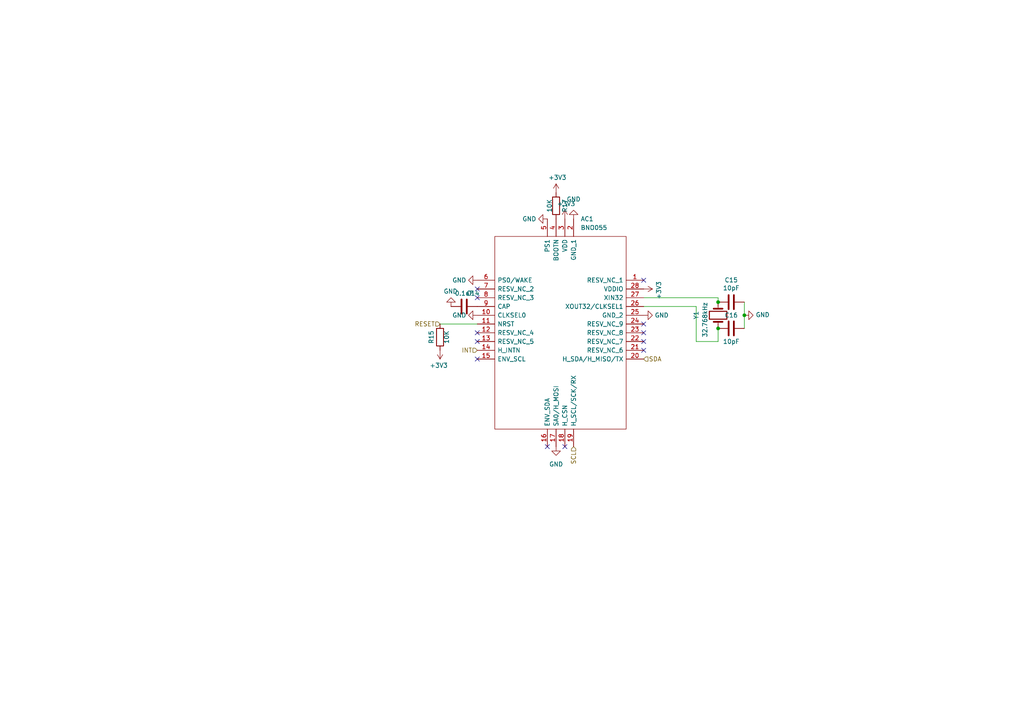
<source format=kicad_sch>
(kicad_sch (version 20230121) (generator eeschema)
  (paper "A4")
  (lib_symbols
    (symbol "BNO085:BNO085" (pin_names (offset 0.762))
      (property "Reference" "AC" (at 44.45 17.78 0))
      (property "Value" "BNO085" (at 44.45 15.24 0))
      (symbol "BNO085_0_0"
        (pin passive line (at 48.26 0 180) (length 5.08) (name "RESV_NC_1") (number "1"))
        (pin passive line (at 0 -10.16 0) (length 5.08) (name "CLKSEL0") (number "10"))
        (pin passive line (at 0 -12.7 0) (length 5.08) (name "NRST") (number "11"))
        (pin passive line (at 0 -15.24 0) (length 5.08) (name "RESV_NC_4") (number "12"))
        (pin passive line (at 0 -17.78 0) (length 5.08) (name "RESV_NC_5") (number "13"))
        (pin passive line (at 0 -20.32 0) (length 5.08) (name "H_INTN") (number "14"))
        (pin passive line (at 0 -22.86 0) (length 5.08) (name "ENV_SCL") (number "15"))
        (pin passive line (at 20.32 -48.26 90) (length 5.08) (name "ENV_SDA") (number "16"))
        (pin passive line (at 22.86 -48.26 90) (length 5.08) (name "SA0/H_MOSI") (number "17"))
        (pin passive line (at 25.4 -48.26 90) (length 5.08) (name "H_CSN") (number "18"))
        (pin passive line (at 27.94 -48.26 90) (length 5.08) (name "H_SCL/SCK/RX") (number "19"))
        (pin passive line (at 27.94 17.78 270) (length 5.08) (name "GND_1") (number "2"))
        (pin passive line (at 48.26 -22.86 180) (length 5.08) (name "H_SDA/H_MISO/TX") (number "20"))
        (pin passive line (at 48.26 -20.32 180) (length 5.08) (name "RESV_NC_6") (number "21"))
        (pin passive line (at 48.26 -17.78 180) (length 5.08) (name "RESV_NC_7") (number "22"))
        (pin passive line (at 48.26 -15.24 180) (length 5.08) (name "RESV_NC_8") (number "23"))
        (pin passive line (at 48.26 -12.7 180) (length 5.08) (name "RESV_NC_9") (number "24"))
        (pin passive line (at 48.26 -10.16 180) (length 5.08) (name "GND_2") (number "25"))
        (pin passive line (at 48.26 -7.62 180) (length 5.08) (name "XOUT32/CLKSEL1") (number "26"))
        (pin passive line (at 48.26 -5.08 180) (length 5.08) (name "XIN32") (number "27"))
        (pin passive line (at 48.26 -2.54 180) (length 5.08) (name "VDDIO") (number "28"))
        (pin passive line (at 25.4 17.78 270) (length 5.08) (name "VDD") (number "3"))
        (pin passive line (at 22.86 17.78 270) (length 5.08) (name "BOOTN") (number "4"))
        (pin passive line (at 20.32 17.78 270) (length 5.08) (name "PS1") (number "5"))
        (pin passive line (at 0 0 0) (length 5.08) (name "PS0/WAKE") (number "6"))
        (pin passive line (at 0 -2.54 0) (length 5.08) (name "RESV_NC_2") (number "7"))
        (pin passive line (at 0 -5.08 0) (length 5.08) (name "RESV_NC_3") (number "8"))
        (pin passive line (at 0 -7.62 0) (length 5.08) (name "CAP") (number "9"))
      )
      (symbol "BNO085_0_1"
        (polyline (pts (xy 5.08 12.7) (xy 43.18 12.7) (xy 43.18 -43.18) (xy 5.08 -43.18) (xy 5.08 12.7)) (stroke (width 0.1524)))
      )
    )
    (symbol "Device:C" (pin_numbers hide) (pin_names (offset 0.254))
      (property "Reference" "C" (at 0.635 2.54 0))
      (property "Value" "C" (at 0.635 -2.54 0))
      (symbol "C_0_1"
        (polyline (pts (xy -2.032 -0.762) (xy 2.032 -0.762)) (stroke (width 0.508)))
        (polyline (pts (xy -2.032 0.762) (xy 2.032 0.762)) (stroke (width 0.508)))
      )
      (symbol "C_1_1"
        (pin passive line (at 0 3.81 270) (length 2.794) (name "~") (number "1"))
        (pin passive line (at 0 -3.81 90) (length 2.794) (name "~") (number "2"))
      )
    )
    (symbol "Device:Crystal" (pin_numbers hide) (pin_names (offset 1.016) hide)
      (property "Reference" "Y" (at 0 3.81 0))
      (property "Value" "Crystal" (at 0 -3.81 0))
      (symbol "Crystal_0_1"
        (rectangle (start -1.143 2.54) (end 1.143 -2.54) (stroke (width 0.3048)))
        (polyline (pts (xy -2.54 0) (xy -1.905 0)))
        (polyline (pts (xy -1.905 -1.27) (xy -1.905 1.27)) (stroke (width 0.508)))
        (polyline (pts (xy 1.905 -1.27) (xy 1.905 1.27)) (stroke (width 0.508)))
        (polyline (pts (xy 2.54 0) (xy 1.905 0)))
      )
      (symbol "Crystal_1_1"
        (pin passive line (at -3.81 0 0) (length 1.27) (name "1") (number "1"))
        (pin passive line (at 3.81 0 180) (length 1.27) (name "2") (number "2"))
      )
    )
    (symbol "Device:R" (pin_numbers hide) (pin_names (offset 0))
      (property "Reference" "R" (at 2.032 0 90))
      (property "Value" "R" (at 0 0 90))
      (symbol "R_0_1"
        (rectangle (start -1.016 -2.54) (end 1.016 2.54) (stroke (width 0.254)))
      )
      (symbol "R_1_1"
        (pin passive line (at 0 3.81 270) (length 1.27) (name "~") (number "1"))
        (pin passive line (at 0 -3.81 90) (length 1.27) (name "~") (number "2"))
      )
    )
    (symbol "SmallKat-v2-rescue:+3.3V-power" (power) (pin_names (offset 0))
      (property "Value" "+3.3V-power" (at 0 3.556 0))
      (symbol "+3.3V-power_0_1"
        (polyline (pts (xy -0.762 1.27) (xy 0 2.54)))
        (polyline (pts (xy 0 0) (xy 0 2.54)))
        (polyline (pts (xy 0 2.54) (xy 0.762 1.27)))
      )
      (symbol "+3.3V-power_1_1"
        (pin power_in line (at 0 0 90) (length 0) hide (name "+3V3") (number "1"))
      )
    )
    (symbol "power:GND" (power) (pin_names (offset 0))
      (property "Value" "GND" (at 0 -3.81 0))
      (symbol "GND_0_1"
        (polyline (pts (xy 0 0) (xy 0 -1.27) (xy 1.27 -1.27) (xy 0 -2.54) (xy -1.27 -1.27) (xy 0 -1.27)))
      )
      (symbol "GND_1_1"
        (pin power_in line (at 0 0 270) (length 0) hide (name "GND") (number "1"))
      )
    )
  )
  (junction (at 208.28 87.63))
  (junction (at 208.28 95.25))
  (junction (at 215.9 91.44))
  (no_connect (at 186.69 81.28))
  (no_connect (at 138.43 86.36))
  (no_connect (at 138.43 83.82))
  (no_connect (at 163.83 129.54))
  (no_connect (at 158.75 129.54))
  (no_connect (at 186.69 93.98))
  (no_connect (at 186.69 96.52))
  (no_connect (at 186.69 99.06))
  (no_connect (at 186.69 101.6))
  (no_connect (at 138.43 104.14))
  (no_connect (at 138.43 99.06))
  (no_connect (at 138.43 96.52))
  (wire (pts (xy 215.9 91.44) (xy 215.9 95.25)))
  (wire (pts (xy 186.69 88.9) (xy 201.93 88.9)))
  (wire (pts (xy 208.28 86.36) (xy 208.28 87.63)))
  (wire (pts (xy 186.69 86.36) (xy 208.28 86.36)))
  (wire (pts (xy 208.28 99.06) (xy 208.28 95.25)))
  (wire (pts (xy 127.635 93.98) (xy 138.43 93.98)))
  (wire (pts (xy 201.93 99.06) (xy 208.28 99.06)))
  (wire (pts (xy 201.93 88.9) (xy 201.93 99.06)))
  (wire (pts (xy 215.9 87.63) (xy 215.9 91.44)))
  (hierarchical_label "SDA" (shape input) (at 186.69 104.14 0))
  (hierarchical_label "INT" (shape input) (at 138.43 101.6 180))
  (hierarchical_label "SCL" (shape input) (at 166.37 129.54 270))
  (hierarchical_label "RESET" (shape input) (at 127.635 93.98 180))
  (symbol (lib_id "Device:R") (at 161.29 59.69 0) (unit 1)
    (property "Reference" "R17" (at 163.83 59.69 90))
    (property "Value" "10K" (at 159.385 59.69 90))
    (property "Footprint" "Resistor_SMD:R_0402_1005Metric" (effects hide))
  )
  (symbol (lib_id "Device:Crystal") (at 208.28 91.44 270) (unit 1)
    (property "Reference" "Y1" (at 201.93 90.17 0) (effects (justify left)))
    (property "Value" "32.768kHz" (at 204.47 87.63 0) (effects (justify left)))
    (property "Footprint" "Crystal:Crystal_SMD_2012-2Pin_2.0x1.2mm" (effects hide))
  )
  (symbol (lib_id "Device:C") (at 212.09 95.25 270) (unit 1)
    (property "Reference" "C16" (at 212.09 91.44 90))
    (property "Value" "10pF" (at 212.09 99.06 90))
    (property "Footprint" "Capacitor_SMD:C_0402_1005Metric" (effects hide))
  )
  (symbol (lib_id "Device:C") (at 212.09 87.63 270) (unit 1)
    (property "Reference" "C15" (at 212.09 81.2292 90))
    (property "Value" "10pF" (at 212.09 83.5406 90))
    (property "Footprint" "Capacitor_SMD:C_0402_1005Metric" (effects hide))
  )
  (symbol (lib_id "power:GND") (at 215.9 91.44 90) (unit 1)
    (property "Reference" "#PWR0129" (effects hide))
    (property "Value" "GND" (at 219.1512 91.313 90) (effects (justify right)))
  )
  (symbol (lib_id "SmallKat-v2-rescue:+3.3V-power") (at 163.83 63.5 0) (unit 1)
    (property "Reference" "#PWR0132" (effects hide))
    (property "Value" "+3.3V" (at 164.211 59.1058 0))
  )
  (symbol (lib_id "Device:C") (at 134.62 88.9 90) (unit 1)
    (property "Reference" "C14" (at 137.16 85.09 90))
    (property "Value" "0.1uF" (at 134.62 85.09 90))
    (property "Footprint" "Capacitor_SMD:C_0402_1005Metric" (effects hide))
  )
  (symbol (lib_id "power:GND") (at 130.81 88.9 180) (unit 1)
    (property "Reference" "#PWR0136" (effects hide))
    (property "Value" "GND" (at 130.683 84.5058 0))
  )
  (symbol (lib_id "SmallKat-v2-rescue:+3.3V-power") (at 186.69 83.82 270) (unit 1)
    (property "Reference" "#PWR0137" (effects hide))
    (property "Value" "+3.3V" (at 191.0842 84.201 0))
  )
  (symbol (lib_id "Device:R") (at 127.635 97.79 180) (unit 1)
    (property "Reference" "R15" (at 125.095 97.79 90))
    (property "Value" "10K" (at 129.54 97.79 90))
    (property "Footprint" "Resistor_SMD:R_0402_1005Metric" (effects hide))
  )
  (symbol (lib_id "BNO085:BNO085") (at 138.43 81.28 0) (unit 1)
    (property "Reference" "AC1" (at 168.3894 63.5 0) (effects (justify left)))
    (property "Value" "BNO055" (at 168.3894 66.04 0) (effects (justify left)))
    (property "Footprint" "BNO085:BNO085" (effects hide))
    (property "Datasheet" "https://www.hillcrestlabs.com/downloads/bno080-datasheet" (effects hide))
    (property "Description" "IMU ACCEL/GYRO/MAG I2C 32BIT" (effects hide))
    (property "Height" "1.18" (effects hide))
    (property "Manufacturer_Name" "Hillcrest Laboratories, Inc." (effects hide))
    (property "Manufacturer_Part_Number" "BNO085" (effects hide))
  )
  (symbol (lib_id "power:GND") (at 161.29 129.54 0) (unit 1)
    (property "Reference" "#PWR0156" (effects hide))
    (property "Value" "GND" (at 161.29 134.6454 0))
  )
  (symbol (lib_id "power:GND") (at 186.69 91.44 90) (unit 1)
    (property "Reference" "#PWR0135" (effects hide))
    (property "Value" "GND" (at 189.865 91.4399 90) (effects (justify right)))
  )
  (symbol (lib_id "power:GND") (at 166.37 63.5 180) (unit 1)
    (property "Reference" "#PWR0130" (effects hide))
    (property "Value" "GND" (at 166.37 57.785 0))
  )
  (symbol (lib_id "power:GND") (at 138.43 91.44 270) (unit 1)
    (property "Reference" "#PWR0134" (effects hide))
    (property "Value" "GND" (at 135.255 91.4399 90) (effects (justify right)))
  )
  (symbol (lib_id "SmallKat-v2-rescue:+3.3V-power") (at 127.635 101.6 180) (unit 1)
    (property "Reference" "#PWR0127" (effects hide))
    (property "Value" "~" (at 127.254 105.9942 0))
  )
  (symbol (lib_id "power:GND") (at 138.43 81.28 270) (unit 1)
    (property "Reference" "#PWR0133" (effects hide))
    (property "Value" "GND" (at 135.255 81.2799 90) (effects (justify right)))
  )
  (symbol (lib_id "power:GND") (at 158.75 63.5 270) (unit 1)
    (property "Reference" "#PWR0128" (effects hide))
    (property "Value" "GND" (at 155.575 63.4999 90) (effects (justify right)))
  )
  (symbol (lib_id "SmallKat-v2-rescue:+3.3V-power") (at 161.29 55.88 0) (unit 1)
    (property "Reference" "#PWR0131" (effects hide))
    (property "Value" "~" (at 161.671 51.4858 0))
  )
)
</source>
